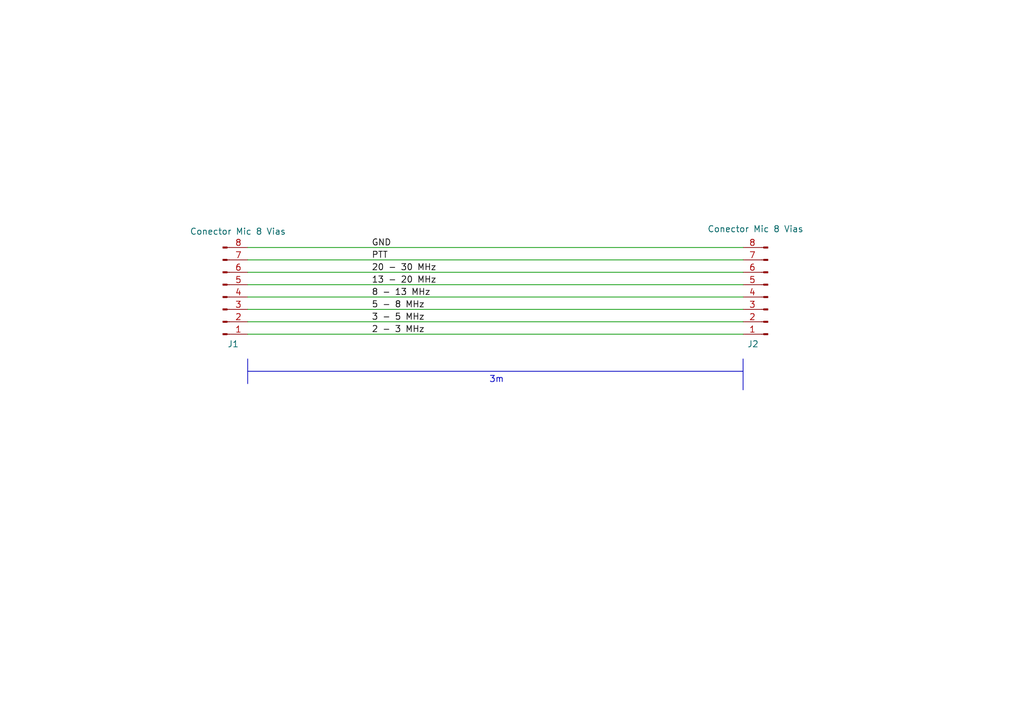
<source format=kicad_sch>
(kicad_sch (version 20250114) (generator "eeschema") (generator_version "9.0")
  (paper "A5")
  (title_block (title "Cabo Amplificador Decodificador") (date "2025-03-09") (rev "A"))
  (lib_symbols
    (symbol "Connector:Conn_01x08_Pin" (pin_names (offset 1.016) (hide yes))
      (property "Reference" "J" (at 0 10.16 0))
      (property "Value" "Conn_01x08_Pin" (at 0 -12.7 0))
      (symbol "Conn_01x08_Pin_1_1"
        (rectangle (start 0.8636 7.747) (end 0 7.493) (stroke (width 0.1524)) (fill (type outline)))
        (rectangle (start 0.8636 5.207) (end 0 4.953) (stroke (width 0.1524)) (fill (type outline)))
        (rectangle (start 0.8636 2.667) (end 0 2.413) (stroke (width 0.1524)) (fill (type outline)))
        (rectangle (start 0.8636 0.127) (end 0 -0.127) (stroke (width 0.1524)) (fill (type outline)))
        (rectangle (start 0.8636 -2.413) (end 0 -2.667) (stroke (width 0.1524)) (fill (type outline)))
        (rectangle (start 0.8636 -4.953) (end 0 -5.207) (stroke (width 0.1524)) (fill (type outline)))
        (rectangle (start 0.8636 -7.493) (end 0 -7.747) (stroke (width 0.1524)) (fill (type outline)))
        (rectangle (start 0.8636 -10.033) (end 0 -10.287) (stroke (width 0.1524)) (fill (type outline)))
        (polyline (pts (xy 1.27 7.62) (xy 0.8636 7.62)) (stroke (width 0.1524)))
        (polyline (pts (xy 1.27 5.08) (xy 0.8636 5.08)) (stroke (width 0.1524)))
        (polyline (pts (xy 1.27 2.54) (xy 0.8636 2.54)) (stroke (width 0.1524)))
        (polyline (pts (xy 1.27 0) (xy 0.8636 0)) (stroke (width 0.1524)))
        (polyline (pts (xy 1.27 -2.54) (xy 0.8636 -2.54)) (stroke (width 0.1524)))
        (polyline (pts (xy 1.27 -5.08) (xy 0.8636 -5.08)) (stroke (width 0.1524)))
        (polyline (pts (xy 1.27 -7.62) (xy 0.8636 -7.62)) (stroke (width 0.1524)))
        (polyline (pts (xy 1.27 -10.16) (xy 0.8636 -10.16)) (stroke (width 0.1524)))
        (pin passive line (at 5.08 7.62 180) (length 3.81) (name "Pin_1") (number "1"))
        (pin passive line (at 5.08 5.08 180) (length 3.81) (name "Pin_2") (number "2"))
        (pin passive line (at 5.08 2.54 180) (length 3.81) (name "Pin_3") (number "3"))
        (pin passive line (at 5.08 0 180) (length 3.81) (name "Pin_4") (number "4"))
        (pin passive line (at 5.08 -2.54 180) (length 3.81) (name "Pin_5") (number "5"))
        (pin passive line (at 5.08 -5.08 180) (length 3.81) (name "Pin_6") (number "6"))
        (pin passive line (at 5.08 -7.62 180) (length 3.81) (name "Pin_7") (number "7"))
        (pin passive line (at 5.08 -10.16 180) (length 3.81) (name "Pin_8") (number "8"))
      )
    )
  )
  (text "3m" (at 101.854 77.978 0) (effects (font (size 1.27 1.27))))
  (wire (pts (xy 50.8 63.5) (xy 152.4 63.5)))
  (wire (pts (xy 50.8 60.96) (xy 152.4 60.96)))
  (wire (pts (xy 50.8 68.58) (xy 152.4 68.58)))
  (polyline (pts (xy 152.4 73.66) (xy 152.4 80.01)))
  (wire (pts (xy 50.8 53.34) (xy 152.4 53.34)))
  (polyline (pts (xy 50.8 73.66) (xy 50.8 78.74)))
  (wire (pts (xy 50.8 50.8) (xy 152.4 50.8)))
  (wire (pts (xy 50.8 66.04) (xy 152.4 66.04)))
  (wire (pts (xy 50.8 58.42) (xy 152.4 58.42)))
  (wire (pts (xy 50.8 55.88) (xy 152.4 55.88)))
  (polyline (pts (xy 152.4 76.2) (xy 50.8 76.2)))
  (label "8 - 13 MHz" (at 76.2 60.96 0))
  (label "5 - 8 MHz" (at 76.2 63.5 0))
  (label "13 - 20 MHz" (at 76.2 58.42 0))
  (label "3 - 5 MHz" (at 76.2 66.04 0))
  (label "PTT" (at 76.2 53.34 0))
  (label "GND" (at 76.2 50.8 0))
  (label "2 - 3 MHz" (at 76.2 68.58 0))
  (label "20 - 30 MHz" (at 76.2 55.88 0))
  (symbol (lib_id "Connector:Conn_01x08_Pin") (at 45.72 60.96 0) (mirror x) (unit 1)
    (property "Reference" "J1" (at 49.022 70.612 0) (effects (justify right)))
    (property "Value" "Conector Mic 8 Vias" (at 58.674 47.498 0) (effects (justify right)))
    (property "Description" "Generic connector, single row, 01x08, script generated" (effects (hide yes)))
  )
  (symbol (lib_id "Connector:Conn_01x08_Pin") (at 157.48 60.96 180) (unit 1)
    (property "Reference" "J2" (at 154.432 70.612 0))
    (property "Value" "Conector Mic 8 Vias" (at 154.94 46.99 0))
    (property "Description" "Generic connector, single row, 01x08, script generated" (effects (hide yes)))
  )
)
</source>
